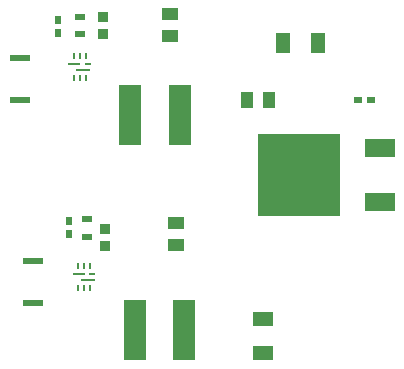
<source format=gtp>
G04 #@! TF.GenerationSoftware,KiCad,Pcbnew,7.0.10*
G04 #@! TF.CreationDate,2025-02-28T21:12:07-05:00*
G04 #@! TF.ProjectId,SDP25_MainPCB_V2,53445032-355f-44d6-9169-6e5043425f56,2.1*
G04 #@! TF.SameCoordinates,Original*
G04 #@! TF.FileFunction,Paste,Top*
G04 #@! TF.FilePolarity,Positive*
%FSLAX46Y46*%
G04 Gerber Fmt 4.6, Leading zero omitted, Abs format (unit mm)*
G04 Created by KiCad (PCBNEW 7.0.10) date 2025-02-28 21:12:07*
%MOMM*%
%LPD*%
G01*
G04 APERTURE LIST*
%ADD10R,1.900000X5.100000*%
%ADD11R,1.066800X1.447800*%
%ADD12R,0.889000X0.609600*%
%ADD13R,1.803400X0.558800*%
%ADD14R,0.655599X0.499999*%
%ADD15R,0.889000X0.965200*%
%ADD16R,1.170000X1.800000*%
%ADD17R,1.447800X1.066800*%
%ADD18R,2.500000X1.500000*%
%ADD19R,7.000000X7.000000*%
%ADD20R,0.249999X0.549999*%
%ADD21R,1.000000X0.249999*%
%ADD22R,1.300000X0.249999*%
%ADD23R,0.549999X0.249999*%
%ADD24R,0.499999X0.655599*%
%ADD25R,1.800000X1.170000*%
G04 APERTURE END LIST*
D10*
X117319000Y-80010000D03*
X121519000Y-80010000D03*
D11*
X127177800Y-78740000D03*
X129032000Y-78740000D03*
D12*
X113665000Y-90284300D03*
X113665000Y-88785700D03*
X113069000Y-73139300D03*
X113069000Y-71640700D03*
D13*
X109093000Y-95885000D03*
X109093000Y-92329000D03*
D14*
X136581801Y-78714600D03*
X137687399Y-78714600D03*
D15*
X115189000Y-91059000D03*
X115189000Y-89611200D03*
D16*
X133169000Y-73914000D03*
X130229000Y-73914000D03*
D17*
X121158000Y-90970100D03*
X121158000Y-89115900D03*
D18*
X138430000Y-87364600D03*
D19*
X131580000Y-85064600D03*
D18*
X138430000Y-82764600D03*
D13*
X107989000Y-78740000D03*
X107989000Y-75184000D03*
D15*
X114974000Y-73113900D03*
X114974000Y-71666100D03*
D20*
X113529002Y-74985001D03*
X113029003Y-74985001D03*
X112529001Y-74985001D03*
D21*
X112579001Y-75659998D03*
D20*
X112529001Y-76835000D03*
X113029003Y-76835000D03*
X113529002Y-76835000D03*
D22*
X113328999Y-76159998D03*
D23*
X113704000Y-75659998D03*
D24*
X112141000Y-88937402D03*
X112141000Y-90043000D03*
D20*
X113903001Y-92732004D03*
X113403002Y-92732004D03*
X112903000Y-92732004D03*
D21*
X112953000Y-93407001D03*
D20*
X112903000Y-94582003D03*
X113403002Y-94582003D03*
X113903001Y-94582003D03*
D22*
X113702998Y-93907001D03*
D23*
X114077999Y-93407001D03*
D24*
X111164000Y-71919402D03*
X111164000Y-73025000D03*
D10*
X117661000Y-98171000D03*
X121861000Y-98171000D03*
D25*
X128524000Y-97209000D03*
X128524000Y-100149000D03*
D17*
X120689000Y-73317100D03*
X120689000Y-71462900D03*
M02*

</source>
